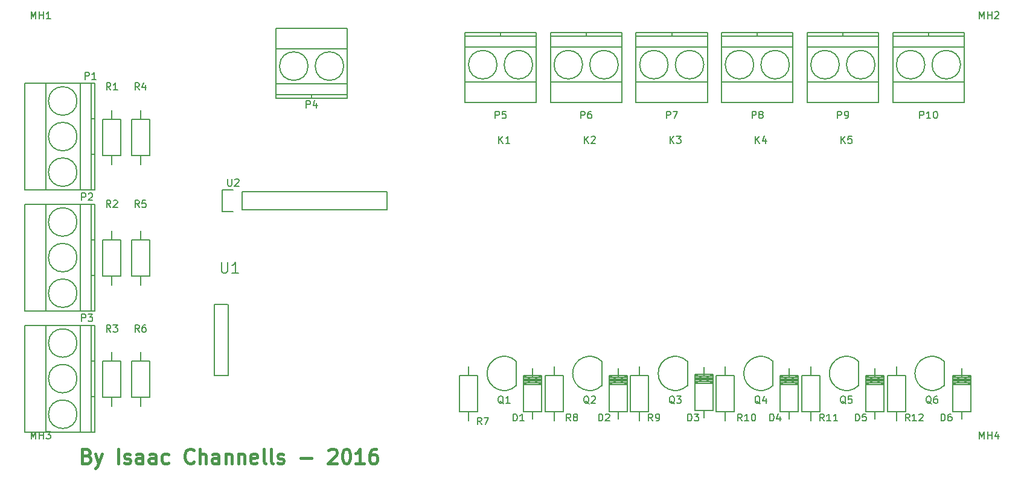
<source format=gbr>
G04 #@! TF.FileFunction,Legend,Top*
%FSLAX46Y46*%
G04 Gerber Fmt 4.6, Leading zero omitted, Abs format (unit mm)*
G04 Created by KiCad (PCBNEW 4.0.2-2.fc24-product) date Fri 09 Sep 2016 11:29:58 AEST*
%MOMM*%
G01*
G04 APERTURE LIST*
%ADD10C,0.100000*%
%ADD11C,0.400000*%
%ADD12C,0.150000*%
G04 APERTURE END LIST*
D10*
D11*
X97499998Y-95857143D02*
X97785712Y-95952381D01*
X97880951Y-96047619D01*
X97976189Y-96238095D01*
X97976189Y-96523810D01*
X97880951Y-96714286D01*
X97785712Y-96809524D01*
X97595236Y-96904762D01*
X96833331Y-96904762D01*
X96833331Y-94904762D01*
X97499998Y-94904762D01*
X97690474Y-95000000D01*
X97785712Y-95095238D01*
X97880951Y-95285714D01*
X97880951Y-95476190D01*
X97785712Y-95666667D01*
X97690474Y-95761905D01*
X97499998Y-95857143D01*
X96833331Y-95857143D01*
X98642855Y-95571429D02*
X99119046Y-96904762D01*
X99595236Y-95571429D02*
X99119046Y-96904762D01*
X98928570Y-97380952D01*
X98833331Y-97476190D01*
X98642855Y-97571429D01*
X101880951Y-96904762D02*
X101880951Y-94904762D01*
X102738094Y-96809524D02*
X102928571Y-96904762D01*
X103309523Y-96904762D01*
X103499999Y-96809524D01*
X103595237Y-96619048D01*
X103595237Y-96523810D01*
X103499999Y-96333333D01*
X103309523Y-96238095D01*
X103023809Y-96238095D01*
X102833332Y-96142857D01*
X102738094Y-95952381D01*
X102738094Y-95857143D01*
X102833332Y-95666667D01*
X103023809Y-95571429D01*
X103309523Y-95571429D01*
X103499999Y-95666667D01*
X105309523Y-96904762D02*
X105309523Y-95857143D01*
X105214285Y-95666667D01*
X105023809Y-95571429D01*
X104642857Y-95571429D01*
X104452380Y-95666667D01*
X105309523Y-96809524D02*
X105119047Y-96904762D01*
X104642857Y-96904762D01*
X104452380Y-96809524D01*
X104357142Y-96619048D01*
X104357142Y-96428571D01*
X104452380Y-96238095D01*
X104642857Y-96142857D01*
X105119047Y-96142857D01*
X105309523Y-96047619D01*
X107119047Y-96904762D02*
X107119047Y-95857143D01*
X107023809Y-95666667D01*
X106833333Y-95571429D01*
X106452381Y-95571429D01*
X106261904Y-95666667D01*
X107119047Y-96809524D02*
X106928571Y-96904762D01*
X106452381Y-96904762D01*
X106261904Y-96809524D01*
X106166666Y-96619048D01*
X106166666Y-96428571D01*
X106261904Y-96238095D01*
X106452381Y-96142857D01*
X106928571Y-96142857D01*
X107119047Y-96047619D01*
X108928571Y-96809524D02*
X108738095Y-96904762D01*
X108357143Y-96904762D01*
X108166667Y-96809524D01*
X108071428Y-96714286D01*
X107976190Y-96523810D01*
X107976190Y-95952381D01*
X108071428Y-95761905D01*
X108166667Y-95666667D01*
X108357143Y-95571429D01*
X108738095Y-95571429D01*
X108928571Y-95666667D01*
X112452382Y-96714286D02*
X112357144Y-96809524D01*
X112071429Y-96904762D01*
X111880953Y-96904762D01*
X111595239Y-96809524D01*
X111404763Y-96619048D01*
X111309524Y-96428571D01*
X111214286Y-96047619D01*
X111214286Y-95761905D01*
X111309524Y-95380952D01*
X111404763Y-95190476D01*
X111595239Y-95000000D01*
X111880953Y-94904762D01*
X112071429Y-94904762D01*
X112357144Y-95000000D01*
X112452382Y-95095238D01*
X113309524Y-96904762D02*
X113309524Y-94904762D01*
X114166667Y-96904762D02*
X114166667Y-95857143D01*
X114071429Y-95666667D01*
X113880953Y-95571429D01*
X113595239Y-95571429D01*
X113404763Y-95666667D01*
X113309524Y-95761905D01*
X115976191Y-96904762D02*
X115976191Y-95857143D01*
X115880953Y-95666667D01*
X115690477Y-95571429D01*
X115309525Y-95571429D01*
X115119048Y-95666667D01*
X115976191Y-96809524D02*
X115785715Y-96904762D01*
X115309525Y-96904762D01*
X115119048Y-96809524D01*
X115023810Y-96619048D01*
X115023810Y-96428571D01*
X115119048Y-96238095D01*
X115309525Y-96142857D01*
X115785715Y-96142857D01*
X115976191Y-96047619D01*
X116928572Y-95571429D02*
X116928572Y-96904762D01*
X116928572Y-95761905D02*
X117023811Y-95666667D01*
X117214287Y-95571429D01*
X117500001Y-95571429D01*
X117690477Y-95666667D01*
X117785715Y-95857143D01*
X117785715Y-96904762D01*
X118738096Y-95571429D02*
X118738096Y-96904762D01*
X118738096Y-95761905D02*
X118833335Y-95666667D01*
X119023811Y-95571429D01*
X119309525Y-95571429D01*
X119500001Y-95666667D01*
X119595239Y-95857143D01*
X119595239Y-96904762D01*
X121309525Y-96809524D02*
X121119049Y-96904762D01*
X120738097Y-96904762D01*
X120547620Y-96809524D01*
X120452382Y-96619048D01*
X120452382Y-95857143D01*
X120547620Y-95666667D01*
X120738097Y-95571429D01*
X121119049Y-95571429D01*
X121309525Y-95666667D01*
X121404763Y-95857143D01*
X121404763Y-96047619D01*
X120452382Y-96238095D01*
X122547621Y-96904762D02*
X122357145Y-96809524D01*
X122261906Y-96619048D01*
X122261906Y-94904762D01*
X123595240Y-96904762D02*
X123404764Y-96809524D01*
X123309525Y-96619048D01*
X123309525Y-94904762D01*
X124261906Y-96809524D02*
X124452383Y-96904762D01*
X124833335Y-96904762D01*
X125023811Y-96809524D01*
X125119049Y-96619048D01*
X125119049Y-96523810D01*
X125023811Y-96333333D01*
X124833335Y-96238095D01*
X124547621Y-96238095D01*
X124357144Y-96142857D01*
X124261906Y-95952381D01*
X124261906Y-95857143D01*
X124357144Y-95666667D01*
X124547621Y-95571429D01*
X124833335Y-95571429D01*
X125023811Y-95666667D01*
X127500002Y-96142857D02*
X129023812Y-96142857D01*
X131404764Y-95095238D02*
X131500002Y-95000000D01*
X131690479Y-94904762D01*
X132166669Y-94904762D01*
X132357145Y-95000000D01*
X132452383Y-95095238D01*
X132547622Y-95285714D01*
X132547622Y-95476190D01*
X132452383Y-95761905D01*
X131309526Y-96904762D01*
X132547622Y-96904762D01*
X133785717Y-94904762D02*
X133976193Y-94904762D01*
X134166669Y-95000000D01*
X134261907Y-95095238D01*
X134357145Y-95285714D01*
X134452384Y-95666667D01*
X134452384Y-96142857D01*
X134357145Y-96523810D01*
X134261907Y-96714286D01*
X134166669Y-96809524D01*
X133976193Y-96904762D01*
X133785717Y-96904762D01*
X133595241Y-96809524D01*
X133500003Y-96714286D01*
X133404764Y-96523810D01*
X133309526Y-96142857D01*
X133309526Y-95666667D01*
X133404764Y-95285714D01*
X133500003Y-95095238D01*
X133595241Y-95000000D01*
X133785717Y-94904762D01*
X136357146Y-96904762D02*
X135214288Y-96904762D01*
X135785717Y-96904762D02*
X135785717Y-94904762D01*
X135595241Y-95190476D01*
X135404765Y-95380952D01*
X135214288Y-95476190D01*
X138071431Y-94904762D02*
X137690479Y-94904762D01*
X137500003Y-95000000D01*
X137404765Y-95095238D01*
X137214288Y-95380952D01*
X137119050Y-95761905D01*
X137119050Y-96523810D01*
X137214288Y-96714286D01*
X137309527Y-96809524D01*
X137500003Y-96904762D01*
X137880955Y-96904762D01*
X138071431Y-96809524D01*
X138166669Y-96714286D01*
X138261908Y-96523810D01*
X138261908Y-96047619D01*
X138166669Y-95857143D01*
X138071431Y-95761905D01*
X137880955Y-95666667D01*
X137500003Y-95666667D01*
X137309527Y-95761905D01*
X137214288Y-95857143D01*
X137119050Y-96047619D01*
D12*
X176270000Y-84540000D02*
X176270000Y-89620000D01*
X176270000Y-89620000D02*
X173730000Y-89620000D01*
X173730000Y-89620000D02*
X173730000Y-84540000D01*
X173730000Y-84540000D02*
X176270000Y-84540000D01*
X175000000Y-84540000D02*
X175000000Y-83270000D01*
X175000000Y-89620000D02*
X175000000Y-90890000D01*
X160000000Y-89620000D02*
X160000000Y-90636000D01*
X160000000Y-84794000D02*
X160000000Y-83524000D01*
X161270000Y-85048000D02*
X158730000Y-85048000D01*
X161270000Y-85302000D02*
X158730000Y-85302000D01*
X161270000Y-85556000D02*
X158730000Y-85556000D01*
X161270000Y-84794000D02*
X158730000Y-84794000D01*
X161270000Y-85810000D02*
X158730000Y-84540000D01*
X161270000Y-84540000D02*
X158730000Y-85810000D01*
X161270000Y-85810000D02*
X158730000Y-85810000D01*
X161270000Y-85175000D02*
X158730000Y-85175000D01*
X158730000Y-84540000D02*
X161270000Y-84540000D01*
X161270000Y-84540000D02*
X161270000Y-89620000D01*
X161270000Y-89620000D02*
X158730000Y-89620000D01*
X158730000Y-89620000D02*
X158730000Y-84540000D01*
X172000000Y-89622540D02*
X172000000Y-90638540D01*
X172000000Y-84796540D02*
X172000000Y-83526540D01*
X173270000Y-85050540D02*
X170730000Y-85050540D01*
X173270000Y-85304540D02*
X170730000Y-85304540D01*
X173270000Y-85558540D02*
X170730000Y-85558540D01*
X173270000Y-84796540D02*
X170730000Y-84796540D01*
X173270000Y-85812540D02*
X170730000Y-84542540D01*
X173270000Y-84542540D02*
X170730000Y-85812540D01*
X173270000Y-85812540D02*
X170730000Y-85812540D01*
X173270000Y-85177540D02*
X170730000Y-85177540D01*
X170730000Y-84542540D02*
X173270000Y-84542540D01*
X173270000Y-84542540D02*
X173270000Y-89622540D01*
X173270000Y-89622540D02*
X170730000Y-89622540D01*
X170730000Y-89622540D02*
X170730000Y-84542540D01*
X184002540Y-89460000D02*
X184002540Y-90476000D01*
X184002540Y-84634000D02*
X184002540Y-83364000D01*
X185272540Y-84888000D02*
X182732540Y-84888000D01*
X185272540Y-85142000D02*
X182732540Y-85142000D01*
X185272540Y-85396000D02*
X182732540Y-85396000D01*
X185272540Y-84634000D02*
X182732540Y-84634000D01*
X185272540Y-85650000D02*
X182732540Y-84380000D01*
X185272540Y-84380000D02*
X182732540Y-85650000D01*
X185272540Y-85650000D02*
X182732540Y-85650000D01*
X185272540Y-85015000D02*
X182732540Y-85015000D01*
X182732540Y-84380000D02*
X185272540Y-84380000D01*
X185272540Y-84380000D02*
X185272540Y-89460000D01*
X185272540Y-89460000D02*
X182732540Y-89460000D01*
X182732540Y-89460000D02*
X182732540Y-84380000D01*
X196002540Y-89620000D02*
X196002540Y-90636000D01*
X196002540Y-84794000D02*
X196002540Y-83524000D01*
X197272540Y-85048000D02*
X194732540Y-85048000D01*
X197272540Y-85302000D02*
X194732540Y-85302000D01*
X197272540Y-85556000D02*
X194732540Y-85556000D01*
X197272540Y-84794000D02*
X194732540Y-84794000D01*
X197272540Y-85810000D02*
X194732540Y-84540000D01*
X197272540Y-84540000D02*
X194732540Y-85810000D01*
X197272540Y-85810000D02*
X194732540Y-85810000D01*
X197272540Y-85175000D02*
X194732540Y-85175000D01*
X194732540Y-84540000D02*
X197272540Y-84540000D01*
X197272540Y-84540000D02*
X197272540Y-89620000D01*
X197272540Y-89620000D02*
X194732540Y-89620000D01*
X194732540Y-89620000D02*
X194732540Y-84540000D01*
X208000000Y-89620000D02*
X208000000Y-90636000D01*
X208000000Y-84794000D02*
X208000000Y-83524000D01*
X209270000Y-85048000D02*
X206730000Y-85048000D01*
X209270000Y-85302000D02*
X206730000Y-85302000D01*
X209270000Y-85556000D02*
X206730000Y-85556000D01*
X209270000Y-84794000D02*
X206730000Y-84794000D01*
X209270000Y-85810000D02*
X206730000Y-84540000D01*
X209270000Y-84540000D02*
X206730000Y-85810000D01*
X209270000Y-85810000D02*
X206730000Y-85810000D01*
X209270000Y-85175000D02*
X206730000Y-85175000D01*
X206730000Y-84540000D02*
X209270000Y-84540000D01*
X209270000Y-84540000D02*
X209270000Y-89620000D01*
X209270000Y-89620000D02*
X206730000Y-89620000D01*
X206730000Y-89620000D02*
X206730000Y-84540000D01*
X220172540Y-89620000D02*
X220172540Y-90636000D01*
X220172540Y-84794000D02*
X220172540Y-83524000D01*
X221442540Y-85048000D02*
X218902540Y-85048000D01*
X221442540Y-85302000D02*
X218902540Y-85302000D01*
X221442540Y-85556000D02*
X218902540Y-85556000D01*
X221442540Y-84794000D02*
X218902540Y-84794000D01*
X221442540Y-85810000D02*
X218902540Y-84540000D01*
X221442540Y-84540000D02*
X218902540Y-85810000D01*
X221442540Y-85810000D02*
X218902540Y-85810000D01*
X221442540Y-85175000D02*
X218902540Y-85175000D01*
X218902540Y-84540000D02*
X221442540Y-84540000D01*
X221442540Y-84540000D02*
X221442540Y-89620000D01*
X221442540Y-89620000D02*
X218902540Y-89620000D01*
X218902540Y-89620000D02*
X218902540Y-84540000D01*
X96100000Y-46000000D02*
G75*
G03X96100000Y-46000000I-2000000J0D01*
G01*
X98100000Y-48500000D02*
X98600000Y-48500000D01*
X98100000Y-53500000D02*
X98600000Y-53500000D01*
X96100000Y-51000000D02*
G75*
G03X96100000Y-51000000I-2000000J0D01*
G01*
X96100000Y-56000000D02*
G75*
G03X96100000Y-56000000I-2000000J0D01*
G01*
X96600000Y-58500000D02*
X96600000Y-43500000D01*
X91700000Y-58500000D02*
X91700000Y-43500000D01*
X98100000Y-58500000D02*
X98100000Y-43500000D01*
X98600000Y-58500000D02*
X98600000Y-43500000D01*
X98600000Y-43500000D02*
X88800000Y-43500000D01*
X88800000Y-43500000D02*
X88800000Y-58500000D01*
X88800000Y-58500000D02*
X98600000Y-58500000D01*
X96100000Y-63000000D02*
G75*
G03X96100000Y-63000000I-2000000J0D01*
G01*
X98100000Y-65500000D02*
X98600000Y-65500000D01*
X98100000Y-70500000D02*
X98600000Y-70500000D01*
X96100000Y-68000000D02*
G75*
G03X96100000Y-68000000I-2000000J0D01*
G01*
X96100000Y-73000000D02*
G75*
G03X96100000Y-73000000I-2000000J0D01*
G01*
X96600000Y-75500000D02*
X96600000Y-60500000D01*
X91700000Y-75500000D02*
X91700000Y-60500000D01*
X98100000Y-75500000D02*
X98100000Y-60500000D01*
X98600000Y-75500000D02*
X98600000Y-60500000D01*
X98600000Y-60500000D02*
X88800000Y-60500000D01*
X88800000Y-60500000D02*
X88800000Y-75500000D01*
X88800000Y-75500000D02*
X98600000Y-75500000D01*
X96100000Y-80000000D02*
G75*
G03X96100000Y-80000000I-2000000J0D01*
G01*
X98100000Y-82500000D02*
X98600000Y-82500000D01*
X98100000Y-87500000D02*
X98600000Y-87500000D01*
X96100000Y-85000000D02*
G75*
G03X96100000Y-85000000I-2000000J0D01*
G01*
X96100000Y-90000000D02*
G75*
G03X96100000Y-90000000I-2000000J0D01*
G01*
X96600000Y-92500000D02*
X96600000Y-77500000D01*
X91700000Y-92500000D02*
X91700000Y-77500000D01*
X98100000Y-92500000D02*
X98100000Y-77500000D01*
X98600000Y-92500000D02*
X98600000Y-77500000D01*
X98600000Y-77500000D02*
X88800000Y-77500000D01*
X88800000Y-77500000D02*
X88800000Y-92500000D01*
X88800000Y-92500000D02*
X98600000Y-92500000D01*
X129000000Y-45100000D02*
X129000000Y-45600000D01*
X133500000Y-41100000D02*
G75*
G03X133500000Y-41100000I-2000000J0D01*
G01*
X128500000Y-41100000D02*
G75*
G03X128500000Y-41100000I-2000000J0D01*
G01*
X124000000Y-43600000D02*
X134000000Y-43600000D01*
X124000000Y-38700000D02*
X134000000Y-38700000D01*
X124000000Y-45100000D02*
X134000000Y-45100000D01*
X124000000Y-45600000D02*
X134000000Y-45600000D01*
X134000000Y-45600000D02*
X134000000Y-35800000D01*
X134000000Y-35800000D02*
X124000000Y-35800000D01*
X124000000Y-35800000D02*
X124000000Y-45600000D01*
X157700000Y-85970000D02*
X157700000Y-82570000D01*
X157697056Y-85967056D02*
G75*
G02X153600000Y-84270000I-1697056J1697056D01*
G01*
X157697056Y-82572944D02*
G75*
G03X153600000Y-84270000I-1697056J-1697056D01*
G01*
X169700000Y-85970000D02*
X169700000Y-82570000D01*
X169697056Y-85967056D02*
G75*
G02X165600000Y-84270000I-1697056J1697056D01*
G01*
X169697056Y-82572944D02*
G75*
G03X165600000Y-84270000I-1697056J-1697056D01*
G01*
X181700000Y-85970000D02*
X181700000Y-82570000D01*
X181697056Y-85967056D02*
G75*
G02X177600000Y-84270000I-1697056J1697056D01*
G01*
X181697056Y-82572944D02*
G75*
G03X177600000Y-84270000I-1697056J-1697056D01*
G01*
X193700000Y-85970000D02*
X193700000Y-82570000D01*
X193697056Y-85967056D02*
G75*
G02X189600000Y-84270000I-1697056J1697056D01*
G01*
X193697056Y-82572944D02*
G75*
G03X189600000Y-84270000I-1697056J-1697056D01*
G01*
X205700000Y-85970000D02*
X205700000Y-82570000D01*
X205697056Y-85967056D02*
G75*
G02X201600000Y-84270000I-1697056J1697056D01*
G01*
X205697056Y-82572944D02*
G75*
G03X201600000Y-84270000I-1697056J-1697056D01*
G01*
X217700000Y-85970000D02*
X217700000Y-82570000D01*
X217697056Y-85967056D02*
G75*
G02X213600000Y-84270000I-1697056J1697056D01*
G01*
X217697056Y-82572944D02*
G75*
G03X213600000Y-84270000I-1697056J-1697056D01*
G01*
X102270000Y-48540000D02*
X102270000Y-53620000D01*
X102270000Y-53620000D02*
X99730000Y-53620000D01*
X99730000Y-53620000D02*
X99730000Y-48540000D01*
X99730000Y-48540000D02*
X102270000Y-48540000D01*
X101000000Y-48540000D02*
X101000000Y-47270000D01*
X101000000Y-53620000D02*
X101000000Y-54890000D01*
X102270000Y-65540000D02*
X102270000Y-70620000D01*
X102270000Y-70620000D02*
X99730000Y-70620000D01*
X99730000Y-70620000D02*
X99730000Y-65540000D01*
X99730000Y-65540000D02*
X102270000Y-65540000D01*
X101000000Y-65540000D02*
X101000000Y-64270000D01*
X101000000Y-70620000D02*
X101000000Y-71890000D01*
X102270000Y-82540000D02*
X102270000Y-87620000D01*
X102270000Y-87620000D02*
X99730000Y-87620000D01*
X99730000Y-87620000D02*
X99730000Y-82540000D01*
X99730000Y-82540000D02*
X102270000Y-82540000D01*
X101000000Y-82540000D02*
X101000000Y-81270000D01*
X101000000Y-87620000D02*
X101000000Y-88890000D01*
X103730000Y-53620000D02*
X103730000Y-48540000D01*
X103730000Y-48540000D02*
X106270000Y-48540000D01*
X106270000Y-48540000D02*
X106270000Y-53620000D01*
X106270000Y-53620000D02*
X103730000Y-53620000D01*
X105000000Y-53620000D02*
X105000000Y-54890000D01*
X105000000Y-48540000D02*
X105000000Y-47270000D01*
X103730000Y-70620000D02*
X103730000Y-65540000D01*
X103730000Y-65540000D02*
X106270000Y-65540000D01*
X106270000Y-65540000D02*
X106270000Y-70620000D01*
X106270000Y-70620000D02*
X103730000Y-70620000D01*
X105000000Y-70620000D02*
X105000000Y-71890000D01*
X105000000Y-65540000D02*
X105000000Y-64270000D01*
X103730000Y-87620000D02*
X103730000Y-82540000D01*
X103730000Y-82540000D02*
X106270000Y-82540000D01*
X106270000Y-82540000D02*
X106270000Y-87620000D01*
X106270000Y-87620000D02*
X103730000Y-87620000D01*
X105000000Y-87620000D02*
X105000000Y-88890000D01*
X105000000Y-82540000D02*
X105000000Y-81270000D01*
X152270000Y-84540000D02*
X152270000Y-89620000D01*
X152270000Y-89620000D02*
X149730000Y-89620000D01*
X149730000Y-89620000D02*
X149730000Y-84540000D01*
X149730000Y-84540000D02*
X152270000Y-84540000D01*
X151000000Y-84540000D02*
X151000000Y-83270000D01*
X151000000Y-89620000D02*
X151000000Y-90890000D01*
X164270000Y-84540000D02*
X164270000Y-89620000D01*
X164270000Y-89620000D02*
X161730000Y-89620000D01*
X161730000Y-89620000D02*
X161730000Y-84540000D01*
X161730000Y-84540000D02*
X164270000Y-84540000D01*
X163000000Y-84540000D02*
X163000000Y-83270000D01*
X163000000Y-89620000D02*
X163000000Y-90890000D01*
X188270000Y-84540000D02*
X188270000Y-89620000D01*
X188270000Y-89620000D02*
X185730000Y-89620000D01*
X185730000Y-89620000D02*
X185730000Y-84540000D01*
X185730000Y-84540000D02*
X188270000Y-84540000D01*
X187000000Y-84540000D02*
X187000000Y-83270000D01*
X187000000Y-89620000D02*
X187000000Y-90890000D01*
X200270000Y-84540000D02*
X200270000Y-89620000D01*
X200270000Y-89620000D02*
X197730000Y-89620000D01*
X197730000Y-89620000D02*
X197730000Y-84540000D01*
X197730000Y-84540000D02*
X200270000Y-84540000D01*
X199000000Y-84540000D02*
X199000000Y-83270000D01*
X199000000Y-89620000D02*
X199000000Y-90890000D01*
X212270000Y-84540000D02*
X212270000Y-89620000D01*
X212270000Y-89620000D02*
X209730000Y-89620000D01*
X209730000Y-89620000D02*
X209730000Y-84540000D01*
X209730000Y-84540000D02*
X212270000Y-84540000D01*
X211000000Y-84540000D02*
X211000000Y-83270000D01*
X211000000Y-89620000D02*
X211000000Y-90890000D01*
X155500000Y-36900000D02*
X155500000Y-36400000D01*
X155000000Y-40900000D02*
G75*
G03X155000000Y-40900000I-2000000J0D01*
G01*
X160000000Y-40900000D02*
G75*
G03X160000000Y-40900000I-2000000J0D01*
G01*
X160500000Y-38400000D02*
X150500000Y-38400000D01*
X160500000Y-43300000D02*
X150500000Y-43300000D01*
X160500000Y-36900000D02*
X150500000Y-36900000D01*
X160500000Y-36400000D02*
X150500000Y-36400000D01*
X150500000Y-36400000D02*
X150500000Y-46200000D01*
X150500000Y-46200000D02*
X160500000Y-46200000D01*
X160500000Y-46200000D02*
X160500000Y-36400000D01*
X167500000Y-36900000D02*
X167500000Y-36400000D01*
X167000000Y-40900000D02*
G75*
G03X167000000Y-40900000I-2000000J0D01*
G01*
X172000000Y-40900000D02*
G75*
G03X172000000Y-40900000I-2000000J0D01*
G01*
X172500000Y-38400000D02*
X162500000Y-38400000D01*
X172500000Y-43300000D02*
X162500000Y-43300000D01*
X172500000Y-36900000D02*
X162500000Y-36900000D01*
X172500000Y-36400000D02*
X162500000Y-36400000D01*
X162500000Y-36400000D02*
X162500000Y-46200000D01*
X162500000Y-46200000D02*
X172500000Y-46200000D01*
X172500000Y-46200000D02*
X172500000Y-36400000D01*
X179500000Y-36900000D02*
X179500000Y-36400000D01*
X179000000Y-40900000D02*
G75*
G03X179000000Y-40900000I-2000000J0D01*
G01*
X184000000Y-40900000D02*
G75*
G03X184000000Y-40900000I-2000000J0D01*
G01*
X184500000Y-38400000D02*
X174500000Y-38400000D01*
X184500000Y-43300000D02*
X174500000Y-43300000D01*
X184500000Y-36900000D02*
X174500000Y-36900000D01*
X184500000Y-36400000D02*
X174500000Y-36400000D01*
X174500000Y-36400000D02*
X174500000Y-46200000D01*
X174500000Y-46200000D02*
X184500000Y-46200000D01*
X184500000Y-46200000D02*
X184500000Y-36400000D01*
X203500000Y-36900000D02*
X203500000Y-36400000D01*
X203000000Y-40900000D02*
G75*
G03X203000000Y-40900000I-2000000J0D01*
G01*
X208000000Y-40900000D02*
G75*
G03X208000000Y-40900000I-2000000J0D01*
G01*
X208500000Y-38400000D02*
X198500000Y-38400000D01*
X208500000Y-43300000D02*
X198500000Y-43300000D01*
X208500000Y-36900000D02*
X198500000Y-36900000D01*
X208500000Y-36400000D02*
X198500000Y-36400000D01*
X198500000Y-36400000D02*
X198500000Y-46200000D01*
X198500000Y-46200000D02*
X208500000Y-46200000D01*
X208500000Y-46200000D02*
X208500000Y-36400000D01*
X215500000Y-36900000D02*
X215500000Y-36400000D01*
X215000000Y-40900000D02*
G75*
G03X215000000Y-40900000I-2000000J0D01*
G01*
X220000000Y-40900000D02*
G75*
G03X220000000Y-40900000I-2000000J0D01*
G01*
X220500000Y-38400000D02*
X210500000Y-38400000D01*
X220500000Y-43300000D02*
X210500000Y-43300000D01*
X220500000Y-36900000D02*
X210500000Y-36900000D01*
X220500000Y-36400000D02*
X210500000Y-36400000D01*
X210500000Y-36400000D02*
X210500000Y-46200000D01*
X210500000Y-46200000D02*
X220500000Y-46200000D01*
X220500000Y-46200000D02*
X220500000Y-36400000D01*
X191500000Y-36900000D02*
X191500000Y-36400000D01*
X191000000Y-40900000D02*
G75*
G03X191000000Y-40900000I-2000000J0D01*
G01*
X196000000Y-40900000D02*
G75*
G03X196000000Y-40900000I-2000000J0D01*
G01*
X196500000Y-38400000D02*
X186500000Y-38400000D01*
X196500000Y-43300000D02*
X186500000Y-43300000D01*
X196500000Y-36900000D02*
X186500000Y-36900000D01*
X196500000Y-36400000D02*
X186500000Y-36400000D01*
X186500000Y-36400000D02*
X186500000Y-46200000D01*
X186500000Y-46200000D02*
X196500000Y-46200000D01*
X196500000Y-46200000D02*
X196500000Y-36400000D01*
X119270000Y-58730000D02*
X139590000Y-58730000D01*
X139590000Y-58730000D02*
X139590000Y-61270000D01*
X139590000Y-61270000D02*
X119270000Y-61270000D01*
X116450000Y-58450000D02*
X118000000Y-58450000D01*
X119270000Y-58730000D02*
X119270000Y-61270000D01*
X118000000Y-61550000D02*
X116450000Y-61550000D01*
X116450000Y-61550000D02*
X116450000Y-58450000D01*
X115330000Y-74540000D02*
X115330000Y-84540000D01*
X117230000Y-74540000D02*
X115330000Y-74540000D01*
X117330000Y-84540000D02*
X117330000Y-74540000D01*
X115330000Y-84540000D02*
X117330000Y-84540000D01*
X89666667Y-34451881D02*
X89666667Y-33451881D01*
X90000001Y-34166167D01*
X90333334Y-33451881D01*
X90333334Y-34451881D01*
X90809524Y-34451881D02*
X90809524Y-33451881D01*
X90809524Y-33928071D02*
X91380953Y-33928071D01*
X91380953Y-34451881D02*
X91380953Y-33451881D01*
X92380953Y-34451881D02*
X91809524Y-34451881D01*
X92095238Y-34451881D02*
X92095238Y-33451881D01*
X92000000Y-33594738D01*
X91904762Y-33689976D01*
X91809524Y-33737595D01*
X89666667Y-93451881D02*
X89666667Y-92451881D01*
X90000001Y-93166167D01*
X90333334Y-92451881D01*
X90333334Y-93451881D01*
X90809524Y-93451881D02*
X90809524Y-92451881D01*
X90809524Y-92928071D02*
X91380953Y-92928071D01*
X91380953Y-93451881D02*
X91380953Y-92451881D01*
X91761905Y-92451881D02*
X92380953Y-92451881D01*
X92047619Y-92832833D01*
X92190477Y-92832833D01*
X92285715Y-92880452D01*
X92333334Y-92928071D01*
X92380953Y-93023310D01*
X92380953Y-93261405D01*
X92333334Y-93356643D01*
X92285715Y-93404262D01*
X92190477Y-93451881D01*
X91904762Y-93451881D01*
X91809524Y-93404262D01*
X91761905Y-93356643D01*
X222666667Y-93451881D02*
X222666667Y-92451881D01*
X223000001Y-93166167D01*
X223333334Y-92451881D01*
X223333334Y-93451881D01*
X223809524Y-93451881D02*
X223809524Y-92451881D01*
X223809524Y-92928071D02*
X224380953Y-92928071D01*
X224380953Y-93451881D02*
X224380953Y-92451881D01*
X225285715Y-92785214D02*
X225285715Y-93451881D01*
X225047619Y-92404262D02*
X224809524Y-93118548D01*
X225428572Y-93118548D01*
X167261905Y-51952381D02*
X167261905Y-50952381D01*
X167833334Y-51952381D02*
X167404762Y-51380952D01*
X167833334Y-50952381D02*
X167261905Y-51523810D01*
X168214286Y-51047619D02*
X168261905Y-51000000D01*
X168357143Y-50952381D01*
X168595239Y-50952381D01*
X168690477Y-51000000D01*
X168738096Y-51047619D01*
X168785715Y-51142857D01*
X168785715Y-51238095D01*
X168738096Y-51380952D01*
X168166667Y-51952381D01*
X168785715Y-51952381D01*
X203261905Y-51952381D02*
X203261905Y-50952381D01*
X203833334Y-51952381D02*
X203404762Y-51380952D01*
X203833334Y-50952381D02*
X203261905Y-51523810D01*
X204738096Y-50952381D02*
X204261905Y-50952381D01*
X204214286Y-51428571D01*
X204261905Y-51380952D01*
X204357143Y-51333333D01*
X204595239Y-51333333D01*
X204690477Y-51380952D01*
X204738096Y-51428571D01*
X204785715Y-51523810D01*
X204785715Y-51761905D01*
X204738096Y-51857143D01*
X204690477Y-51904762D01*
X204595239Y-51952381D01*
X204357143Y-51952381D01*
X204261905Y-51904762D01*
X204214286Y-51857143D01*
X179261905Y-51952381D02*
X179261905Y-50952381D01*
X179833334Y-51952381D02*
X179404762Y-51380952D01*
X179833334Y-50952381D02*
X179261905Y-51523810D01*
X180166667Y-50952381D02*
X180785715Y-50952381D01*
X180452381Y-51333333D01*
X180595239Y-51333333D01*
X180690477Y-51380952D01*
X180738096Y-51428571D01*
X180785715Y-51523810D01*
X180785715Y-51761905D01*
X180738096Y-51857143D01*
X180690477Y-51904762D01*
X180595239Y-51952381D01*
X180309524Y-51952381D01*
X180214286Y-51904762D01*
X180166667Y-51857143D01*
X176833334Y-90952381D02*
X176500000Y-90476190D01*
X176261905Y-90952381D02*
X176261905Y-89952381D01*
X176642858Y-89952381D01*
X176738096Y-90000000D01*
X176785715Y-90047619D01*
X176833334Y-90142857D01*
X176833334Y-90285714D01*
X176785715Y-90380952D01*
X176738096Y-90428571D01*
X176642858Y-90476190D01*
X176261905Y-90476190D01*
X177309524Y-90952381D02*
X177500000Y-90952381D01*
X177595239Y-90904762D01*
X177642858Y-90857143D01*
X177738096Y-90714286D01*
X177785715Y-90523810D01*
X177785715Y-90142857D01*
X177738096Y-90047619D01*
X177690477Y-90000000D01*
X177595239Y-89952381D01*
X177404762Y-89952381D01*
X177309524Y-90000000D01*
X177261905Y-90047619D01*
X177214286Y-90142857D01*
X177214286Y-90380952D01*
X177261905Y-90476190D01*
X177309524Y-90523810D01*
X177404762Y-90571429D01*
X177595239Y-90571429D01*
X177690477Y-90523810D01*
X177738096Y-90476190D01*
X177785715Y-90380952D01*
X157261905Y-90952381D02*
X157261905Y-89952381D01*
X157500000Y-89952381D01*
X157642858Y-90000000D01*
X157738096Y-90095238D01*
X157785715Y-90190476D01*
X157833334Y-90380952D01*
X157833334Y-90523810D01*
X157785715Y-90714286D01*
X157738096Y-90809524D01*
X157642858Y-90904762D01*
X157500000Y-90952381D01*
X157261905Y-90952381D01*
X158785715Y-90952381D02*
X158214286Y-90952381D01*
X158500000Y-90952381D02*
X158500000Y-89952381D01*
X158404762Y-90095238D01*
X158309524Y-90190476D01*
X158214286Y-90238095D01*
X169261905Y-90952381D02*
X169261905Y-89952381D01*
X169500000Y-89952381D01*
X169642858Y-90000000D01*
X169738096Y-90095238D01*
X169785715Y-90190476D01*
X169833334Y-90380952D01*
X169833334Y-90523810D01*
X169785715Y-90714286D01*
X169738096Y-90809524D01*
X169642858Y-90904762D01*
X169500000Y-90952381D01*
X169261905Y-90952381D01*
X170214286Y-90047619D02*
X170261905Y-90000000D01*
X170357143Y-89952381D01*
X170595239Y-89952381D01*
X170690477Y-90000000D01*
X170738096Y-90047619D01*
X170785715Y-90142857D01*
X170785715Y-90238095D01*
X170738096Y-90380952D01*
X170166667Y-90952381D01*
X170785715Y-90952381D01*
X181761905Y-90952381D02*
X181761905Y-89952381D01*
X182000000Y-89952381D01*
X182142858Y-90000000D01*
X182238096Y-90095238D01*
X182285715Y-90190476D01*
X182333334Y-90380952D01*
X182333334Y-90523810D01*
X182285715Y-90714286D01*
X182238096Y-90809524D01*
X182142858Y-90904762D01*
X182000000Y-90952381D01*
X181761905Y-90952381D01*
X182666667Y-89952381D02*
X183285715Y-89952381D01*
X182952381Y-90333333D01*
X183095239Y-90333333D01*
X183190477Y-90380952D01*
X183238096Y-90428571D01*
X183285715Y-90523810D01*
X183285715Y-90761905D01*
X183238096Y-90857143D01*
X183190477Y-90904762D01*
X183095239Y-90952381D01*
X182809524Y-90952381D01*
X182714286Y-90904762D01*
X182666667Y-90857143D01*
X193261905Y-90952381D02*
X193261905Y-89952381D01*
X193500000Y-89952381D01*
X193642858Y-90000000D01*
X193738096Y-90095238D01*
X193785715Y-90190476D01*
X193833334Y-90380952D01*
X193833334Y-90523810D01*
X193785715Y-90714286D01*
X193738096Y-90809524D01*
X193642858Y-90904762D01*
X193500000Y-90952381D01*
X193261905Y-90952381D01*
X194690477Y-90285714D02*
X194690477Y-90952381D01*
X194452381Y-89904762D02*
X194214286Y-90619048D01*
X194833334Y-90619048D01*
X205261905Y-90952381D02*
X205261905Y-89952381D01*
X205500000Y-89952381D01*
X205642858Y-90000000D01*
X205738096Y-90095238D01*
X205785715Y-90190476D01*
X205833334Y-90380952D01*
X205833334Y-90523810D01*
X205785715Y-90714286D01*
X205738096Y-90809524D01*
X205642858Y-90904762D01*
X205500000Y-90952381D01*
X205261905Y-90952381D01*
X206738096Y-89952381D02*
X206261905Y-89952381D01*
X206214286Y-90428571D01*
X206261905Y-90380952D01*
X206357143Y-90333333D01*
X206595239Y-90333333D01*
X206690477Y-90380952D01*
X206738096Y-90428571D01*
X206785715Y-90523810D01*
X206785715Y-90761905D01*
X206738096Y-90857143D01*
X206690477Y-90904762D01*
X206595239Y-90952381D01*
X206357143Y-90952381D01*
X206261905Y-90904762D01*
X206214286Y-90857143D01*
X217261905Y-90952381D02*
X217261905Y-89952381D01*
X217500000Y-89952381D01*
X217642858Y-90000000D01*
X217738096Y-90095238D01*
X217785715Y-90190476D01*
X217833334Y-90380952D01*
X217833334Y-90523810D01*
X217785715Y-90714286D01*
X217738096Y-90809524D01*
X217642858Y-90904762D01*
X217500000Y-90952381D01*
X217261905Y-90952381D01*
X218690477Y-89952381D02*
X218500000Y-89952381D01*
X218404762Y-90000000D01*
X218357143Y-90047619D01*
X218261905Y-90190476D01*
X218214286Y-90380952D01*
X218214286Y-90761905D01*
X218261905Y-90857143D01*
X218309524Y-90904762D01*
X218404762Y-90952381D01*
X218595239Y-90952381D01*
X218690477Y-90904762D01*
X218738096Y-90857143D01*
X218785715Y-90761905D01*
X218785715Y-90523810D01*
X218738096Y-90428571D01*
X218690477Y-90380952D01*
X218595239Y-90333333D01*
X218404762Y-90333333D01*
X218309524Y-90380952D01*
X218261905Y-90428571D01*
X218214286Y-90523810D01*
X97261905Y-42952381D02*
X97261905Y-41952381D01*
X97642858Y-41952381D01*
X97738096Y-42000000D01*
X97785715Y-42047619D01*
X97833334Y-42142857D01*
X97833334Y-42285714D01*
X97785715Y-42380952D01*
X97738096Y-42428571D01*
X97642858Y-42476190D01*
X97261905Y-42476190D01*
X98785715Y-42952381D02*
X98214286Y-42952381D01*
X98500000Y-42952381D02*
X98500000Y-41952381D01*
X98404762Y-42095238D01*
X98309524Y-42190476D01*
X98214286Y-42238095D01*
X96761905Y-59952381D02*
X96761905Y-58952381D01*
X97142858Y-58952381D01*
X97238096Y-59000000D01*
X97285715Y-59047619D01*
X97333334Y-59142857D01*
X97333334Y-59285714D01*
X97285715Y-59380952D01*
X97238096Y-59428571D01*
X97142858Y-59476190D01*
X96761905Y-59476190D01*
X97714286Y-59047619D02*
X97761905Y-59000000D01*
X97857143Y-58952381D01*
X98095239Y-58952381D01*
X98190477Y-59000000D01*
X98238096Y-59047619D01*
X98285715Y-59142857D01*
X98285715Y-59238095D01*
X98238096Y-59380952D01*
X97666667Y-59952381D01*
X98285715Y-59952381D01*
X96761905Y-76952381D02*
X96761905Y-75952381D01*
X97142858Y-75952381D01*
X97238096Y-76000000D01*
X97285715Y-76047619D01*
X97333334Y-76142857D01*
X97333334Y-76285714D01*
X97285715Y-76380952D01*
X97238096Y-76428571D01*
X97142858Y-76476190D01*
X96761905Y-76476190D01*
X97666667Y-75952381D02*
X98285715Y-75952381D01*
X97952381Y-76333333D01*
X98095239Y-76333333D01*
X98190477Y-76380952D01*
X98238096Y-76428571D01*
X98285715Y-76523810D01*
X98285715Y-76761905D01*
X98238096Y-76857143D01*
X98190477Y-76904762D01*
X98095239Y-76952381D01*
X97809524Y-76952381D01*
X97714286Y-76904762D01*
X97666667Y-76857143D01*
X128261905Y-46952381D02*
X128261905Y-45952381D01*
X128642858Y-45952381D01*
X128738096Y-46000000D01*
X128785715Y-46047619D01*
X128833334Y-46142857D01*
X128833334Y-46285714D01*
X128785715Y-46380952D01*
X128738096Y-46428571D01*
X128642858Y-46476190D01*
X128261905Y-46476190D01*
X129690477Y-46285714D02*
X129690477Y-46952381D01*
X129452381Y-45904762D02*
X129214286Y-46619048D01*
X129833334Y-46619048D01*
X155904762Y-88547619D02*
X155809524Y-88500000D01*
X155714286Y-88404762D01*
X155571429Y-88261905D01*
X155476190Y-88214286D01*
X155380952Y-88214286D01*
X155428571Y-88452381D02*
X155333333Y-88404762D01*
X155238095Y-88309524D01*
X155190476Y-88119048D01*
X155190476Y-87785714D01*
X155238095Y-87595238D01*
X155333333Y-87500000D01*
X155428571Y-87452381D01*
X155619048Y-87452381D01*
X155714286Y-87500000D01*
X155809524Y-87595238D01*
X155857143Y-87785714D01*
X155857143Y-88119048D01*
X155809524Y-88309524D01*
X155714286Y-88404762D01*
X155619048Y-88452381D01*
X155428571Y-88452381D01*
X156809524Y-88452381D02*
X156238095Y-88452381D01*
X156523809Y-88452381D02*
X156523809Y-87452381D01*
X156428571Y-87595238D01*
X156333333Y-87690476D01*
X156238095Y-87738095D01*
X167904762Y-88547619D02*
X167809524Y-88500000D01*
X167714286Y-88404762D01*
X167571429Y-88261905D01*
X167476190Y-88214286D01*
X167380952Y-88214286D01*
X167428571Y-88452381D02*
X167333333Y-88404762D01*
X167238095Y-88309524D01*
X167190476Y-88119048D01*
X167190476Y-87785714D01*
X167238095Y-87595238D01*
X167333333Y-87500000D01*
X167428571Y-87452381D01*
X167619048Y-87452381D01*
X167714286Y-87500000D01*
X167809524Y-87595238D01*
X167857143Y-87785714D01*
X167857143Y-88119048D01*
X167809524Y-88309524D01*
X167714286Y-88404762D01*
X167619048Y-88452381D01*
X167428571Y-88452381D01*
X168238095Y-87547619D02*
X168285714Y-87500000D01*
X168380952Y-87452381D01*
X168619048Y-87452381D01*
X168714286Y-87500000D01*
X168761905Y-87547619D01*
X168809524Y-87642857D01*
X168809524Y-87738095D01*
X168761905Y-87880952D01*
X168190476Y-88452381D01*
X168809524Y-88452381D01*
X179904762Y-88547619D02*
X179809524Y-88500000D01*
X179714286Y-88404762D01*
X179571429Y-88261905D01*
X179476190Y-88214286D01*
X179380952Y-88214286D01*
X179428571Y-88452381D02*
X179333333Y-88404762D01*
X179238095Y-88309524D01*
X179190476Y-88119048D01*
X179190476Y-87785714D01*
X179238095Y-87595238D01*
X179333333Y-87500000D01*
X179428571Y-87452381D01*
X179619048Y-87452381D01*
X179714286Y-87500000D01*
X179809524Y-87595238D01*
X179857143Y-87785714D01*
X179857143Y-88119048D01*
X179809524Y-88309524D01*
X179714286Y-88404762D01*
X179619048Y-88452381D01*
X179428571Y-88452381D01*
X180190476Y-87452381D02*
X180809524Y-87452381D01*
X180476190Y-87833333D01*
X180619048Y-87833333D01*
X180714286Y-87880952D01*
X180761905Y-87928571D01*
X180809524Y-88023810D01*
X180809524Y-88261905D01*
X180761905Y-88357143D01*
X180714286Y-88404762D01*
X180619048Y-88452381D01*
X180333333Y-88452381D01*
X180238095Y-88404762D01*
X180190476Y-88357143D01*
X191904762Y-88547619D02*
X191809524Y-88500000D01*
X191714286Y-88404762D01*
X191571429Y-88261905D01*
X191476190Y-88214286D01*
X191380952Y-88214286D01*
X191428571Y-88452381D02*
X191333333Y-88404762D01*
X191238095Y-88309524D01*
X191190476Y-88119048D01*
X191190476Y-87785714D01*
X191238095Y-87595238D01*
X191333333Y-87500000D01*
X191428571Y-87452381D01*
X191619048Y-87452381D01*
X191714286Y-87500000D01*
X191809524Y-87595238D01*
X191857143Y-87785714D01*
X191857143Y-88119048D01*
X191809524Y-88309524D01*
X191714286Y-88404762D01*
X191619048Y-88452381D01*
X191428571Y-88452381D01*
X192714286Y-87785714D02*
X192714286Y-88452381D01*
X192476190Y-87404762D02*
X192238095Y-88119048D01*
X192857143Y-88119048D01*
X203904762Y-88547619D02*
X203809524Y-88500000D01*
X203714286Y-88404762D01*
X203571429Y-88261905D01*
X203476190Y-88214286D01*
X203380952Y-88214286D01*
X203428571Y-88452381D02*
X203333333Y-88404762D01*
X203238095Y-88309524D01*
X203190476Y-88119048D01*
X203190476Y-87785714D01*
X203238095Y-87595238D01*
X203333333Y-87500000D01*
X203428571Y-87452381D01*
X203619048Y-87452381D01*
X203714286Y-87500000D01*
X203809524Y-87595238D01*
X203857143Y-87785714D01*
X203857143Y-88119048D01*
X203809524Y-88309524D01*
X203714286Y-88404762D01*
X203619048Y-88452381D01*
X203428571Y-88452381D01*
X204761905Y-87452381D02*
X204285714Y-87452381D01*
X204238095Y-87928571D01*
X204285714Y-87880952D01*
X204380952Y-87833333D01*
X204619048Y-87833333D01*
X204714286Y-87880952D01*
X204761905Y-87928571D01*
X204809524Y-88023810D01*
X204809524Y-88261905D01*
X204761905Y-88357143D01*
X204714286Y-88404762D01*
X204619048Y-88452381D01*
X204380952Y-88452381D01*
X204285714Y-88404762D01*
X204238095Y-88357143D01*
X215904762Y-88547619D02*
X215809524Y-88500000D01*
X215714286Y-88404762D01*
X215571429Y-88261905D01*
X215476190Y-88214286D01*
X215380952Y-88214286D01*
X215428571Y-88452381D02*
X215333333Y-88404762D01*
X215238095Y-88309524D01*
X215190476Y-88119048D01*
X215190476Y-87785714D01*
X215238095Y-87595238D01*
X215333333Y-87500000D01*
X215428571Y-87452381D01*
X215619048Y-87452381D01*
X215714286Y-87500000D01*
X215809524Y-87595238D01*
X215857143Y-87785714D01*
X215857143Y-88119048D01*
X215809524Y-88309524D01*
X215714286Y-88404762D01*
X215619048Y-88452381D01*
X215428571Y-88452381D01*
X216714286Y-87452381D02*
X216523809Y-87452381D01*
X216428571Y-87500000D01*
X216380952Y-87547619D01*
X216285714Y-87690476D01*
X216238095Y-87880952D01*
X216238095Y-88261905D01*
X216285714Y-88357143D01*
X216333333Y-88404762D01*
X216428571Y-88452381D01*
X216619048Y-88452381D01*
X216714286Y-88404762D01*
X216761905Y-88357143D01*
X216809524Y-88261905D01*
X216809524Y-88023810D01*
X216761905Y-87928571D01*
X216714286Y-87880952D01*
X216619048Y-87833333D01*
X216428571Y-87833333D01*
X216333333Y-87880952D01*
X216285714Y-87928571D01*
X216238095Y-88023810D01*
X100833334Y-44452381D02*
X100500000Y-43976190D01*
X100261905Y-44452381D02*
X100261905Y-43452381D01*
X100642858Y-43452381D01*
X100738096Y-43500000D01*
X100785715Y-43547619D01*
X100833334Y-43642857D01*
X100833334Y-43785714D01*
X100785715Y-43880952D01*
X100738096Y-43928571D01*
X100642858Y-43976190D01*
X100261905Y-43976190D01*
X101785715Y-44452381D02*
X101214286Y-44452381D01*
X101500000Y-44452381D02*
X101500000Y-43452381D01*
X101404762Y-43595238D01*
X101309524Y-43690476D01*
X101214286Y-43738095D01*
X100833334Y-60952381D02*
X100500000Y-60476190D01*
X100261905Y-60952381D02*
X100261905Y-59952381D01*
X100642858Y-59952381D01*
X100738096Y-60000000D01*
X100785715Y-60047619D01*
X100833334Y-60142857D01*
X100833334Y-60285714D01*
X100785715Y-60380952D01*
X100738096Y-60428571D01*
X100642858Y-60476190D01*
X100261905Y-60476190D01*
X101214286Y-60047619D02*
X101261905Y-60000000D01*
X101357143Y-59952381D01*
X101595239Y-59952381D01*
X101690477Y-60000000D01*
X101738096Y-60047619D01*
X101785715Y-60142857D01*
X101785715Y-60238095D01*
X101738096Y-60380952D01*
X101166667Y-60952381D01*
X101785715Y-60952381D01*
X100833334Y-78452381D02*
X100500000Y-77976190D01*
X100261905Y-78452381D02*
X100261905Y-77452381D01*
X100642858Y-77452381D01*
X100738096Y-77500000D01*
X100785715Y-77547619D01*
X100833334Y-77642857D01*
X100833334Y-77785714D01*
X100785715Y-77880952D01*
X100738096Y-77928571D01*
X100642858Y-77976190D01*
X100261905Y-77976190D01*
X101166667Y-77452381D02*
X101785715Y-77452381D01*
X101452381Y-77833333D01*
X101595239Y-77833333D01*
X101690477Y-77880952D01*
X101738096Y-77928571D01*
X101785715Y-78023810D01*
X101785715Y-78261905D01*
X101738096Y-78357143D01*
X101690477Y-78404762D01*
X101595239Y-78452381D01*
X101309524Y-78452381D01*
X101214286Y-78404762D01*
X101166667Y-78357143D01*
X104833334Y-44452381D02*
X104500000Y-43976190D01*
X104261905Y-44452381D02*
X104261905Y-43452381D01*
X104642858Y-43452381D01*
X104738096Y-43500000D01*
X104785715Y-43547619D01*
X104833334Y-43642857D01*
X104833334Y-43785714D01*
X104785715Y-43880952D01*
X104738096Y-43928571D01*
X104642858Y-43976190D01*
X104261905Y-43976190D01*
X105690477Y-43785714D02*
X105690477Y-44452381D01*
X105452381Y-43404762D02*
X105214286Y-44119048D01*
X105833334Y-44119048D01*
X104833334Y-60952381D02*
X104500000Y-60476190D01*
X104261905Y-60952381D02*
X104261905Y-59952381D01*
X104642858Y-59952381D01*
X104738096Y-60000000D01*
X104785715Y-60047619D01*
X104833334Y-60142857D01*
X104833334Y-60285714D01*
X104785715Y-60380952D01*
X104738096Y-60428571D01*
X104642858Y-60476190D01*
X104261905Y-60476190D01*
X105738096Y-59952381D02*
X105261905Y-59952381D01*
X105214286Y-60428571D01*
X105261905Y-60380952D01*
X105357143Y-60333333D01*
X105595239Y-60333333D01*
X105690477Y-60380952D01*
X105738096Y-60428571D01*
X105785715Y-60523810D01*
X105785715Y-60761905D01*
X105738096Y-60857143D01*
X105690477Y-60904762D01*
X105595239Y-60952381D01*
X105357143Y-60952381D01*
X105261905Y-60904762D01*
X105214286Y-60857143D01*
X104833334Y-78452381D02*
X104500000Y-77976190D01*
X104261905Y-78452381D02*
X104261905Y-77452381D01*
X104642858Y-77452381D01*
X104738096Y-77500000D01*
X104785715Y-77547619D01*
X104833334Y-77642857D01*
X104833334Y-77785714D01*
X104785715Y-77880952D01*
X104738096Y-77928571D01*
X104642858Y-77976190D01*
X104261905Y-77976190D01*
X105690477Y-77452381D02*
X105500000Y-77452381D01*
X105404762Y-77500000D01*
X105357143Y-77547619D01*
X105261905Y-77690476D01*
X105214286Y-77880952D01*
X105214286Y-78261905D01*
X105261905Y-78357143D01*
X105309524Y-78404762D01*
X105404762Y-78452381D01*
X105595239Y-78452381D01*
X105690477Y-78404762D01*
X105738096Y-78357143D01*
X105785715Y-78261905D01*
X105785715Y-78023810D01*
X105738096Y-77928571D01*
X105690477Y-77880952D01*
X105595239Y-77833333D01*
X105404762Y-77833333D01*
X105309524Y-77880952D01*
X105261905Y-77928571D01*
X105214286Y-78023810D01*
X152833334Y-91452381D02*
X152500000Y-90976190D01*
X152261905Y-91452381D02*
X152261905Y-90452381D01*
X152642858Y-90452381D01*
X152738096Y-90500000D01*
X152785715Y-90547619D01*
X152833334Y-90642857D01*
X152833334Y-90785714D01*
X152785715Y-90880952D01*
X152738096Y-90928571D01*
X152642858Y-90976190D01*
X152261905Y-90976190D01*
X153166667Y-90452381D02*
X153833334Y-90452381D01*
X153404762Y-91452381D01*
X165333334Y-90952381D02*
X165000000Y-90476190D01*
X164761905Y-90952381D02*
X164761905Y-89952381D01*
X165142858Y-89952381D01*
X165238096Y-90000000D01*
X165285715Y-90047619D01*
X165333334Y-90142857D01*
X165333334Y-90285714D01*
X165285715Y-90380952D01*
X165238096Y-90428571D01*
X165142858Y-90476190D01*
X164761905Y-90476190D01*
X165904762Y-90380952D02*
X165809524Y-90333333D01*
X165761905Y-90285714D01*
X165714286Y-90190476D01*
X165714286Y-90142857D01*
X165761905Y-90047619D01*
X165809524Y-90000000D01*
X165904762Y-89952381D01*
X166095239Y-89952381D01*
X166190477Y-90000000D01*
X166238096Y-90047619D01*
X166285715Y-90142857D01*
X166285715Y-90190476D01*
X166238096Y-90285714D01*
X166190477Y-90333333D01*
X166095239Y-90380952D01*
X165904762Y-90380952D01*
X165809524Y-90428571D01*
X165761905Y-90476190D01*
X165714286Y-90571429D01*
X165714286Y-90761905D01*
X165761905Y-90857143D01*
X165809524Y-90904762D01*
X165904762Y-90952381D01*
X166095239Y-90952381D01*
X166190477Y-90904762D01*
X166238096Y-90857143D01*
X166285715Y-90761905D01*
X166285715Y-90571429D01*
X166238096Y-90476190D01*
X166190477Y-90428571D01*
X166095239Y-90380952D01*
X189357143Y-90952381D02*
X189023809Y-90476190D01*
X188785714Y-90952381D02*
X188785714Y-89952381D01*
X189166667Y-89952381D01*
X189261905Y-90000000D01*
X189309524Y-90047619D01*
X189357143Y-90142857D01*
X189357143Y-90285714D01*
X189309524Y-90380952D01*
X189261905Y-90428571D01*
X189166667Y-90476190D01*
X188785714Y-90476190D01*
X190309524Y-90952381D02*
X189738095Y-90952381D01*
X190023809Y-90952381D02*
X190023809Y-89952381D01*
X189928571Y-90095238D01*
X189833333Y-90190476D01*
X189738095Y-90238095D01*
X190928571Y-89952381D02*
X191023810Y-89952381D01*
X191119048Y-90000000D01*
X191166667Y-90047619D01*
X191214286Y-90142857D01*
X191261905Y-90333333D01*
X191261905Y-90571429D01*
X191214286Y-90761905D01*
X191166667Y-90857143D01*
X191119048Y-90904762D01*
X191023810Y-90952381D01*
X190928571Y-90952381D01*
X190833333Y-90904762D01*
X190785714Y-90857143D01*
X190738095Y-90761905D01*
X190690476Y-90571429D01*
X190690476Y-90333333D01*
X190738095Y-90142857D01*
X190785714Y-90047619D01*
X190833333Y-90000000D01*
X190928571Y-89952381D01*
X200857143Y-90952381D02*
X200523809Y-90476190D01*
X200285714Y-90952381D02*
X200285714Y-89952381D01*
X200666667Y-89952381D01*
X200761905Y-90000000D01*
X200809524Y-90047619D01*
X200857143Y-90142857D01*
X200857143Y-90285714D01*
X200809524Y-90380952D01*
X200761905Y-90428571D01*
X200666667Y-90476190D01*
X200285714Y-90476190D01*
X201809524Y-90952381D02*
X201238095Y-90952381D01*
X201523809Y-90952381D02*
X201523809Y-89952381D01*
X201428571Y-90095238D01*
X201333333Y-90190476D01*
X201238095Y-90238095D01*
X202761905Y-90952381D02*
X202190476Y-90952381D01*
X202476190Y-90952381D02*
X202476190Y-89952381D01*
X202380952Y-90095238D01*
X202285714Y-90190476D01*
X202190476Y-90238095D01*
X212857143Y-90952381D02*
X212523809Y-90476190D01*
X212285714Y-90952381D02*
X212285714Y-89952381D01*
X212666667Y-89952381D01*
X212761905Y-90000000D01*
X212809524Y-90047619D01*
X212857143Y-90142857D01*
X212857143Y-90285714D01*
X212809524Y-90380952D01*
X212761905Y-90428571D01*
X212666667Y-90476190D01*
X212285714Y-90476190D01*
X213809524Y-90952381D02*
X213238095Y-90952381D01*
X213523809Y-90952381D02*
X213523809Y-89952381D01*
X213428571Y-90095238D01*
X213333333Y-90190476D01*
X213238095Y-90238095D01*
X214190476Y-90047619D02*
X214238095Y-90000000D01*
X214333333Y-89952381D01*
X214571429Y-89952381D01*
X214666667Y-90000000D01*
X214714286Y-90047619D01*
X214761905Y-90142857D01*
X214761905Y-90238095D01*
X214714286Y-90380952D01*
X214142857Y-90952381D01*
X214761905Y-90952381D01*
X155261905Y-51952381D02*
X155261905Y-50952381D01*
X155833334Y-51952381D02*
X155404762Y-51380952D01*
X155833334Y-50952381D02*
X155261905Y-51523810D01*
X156785715Y-51952381D02*
X156214286Y-51952381D01*
X156500000Y-51952381D02*
X156500000Y-50952381D01*
X156404762Y-51095238D01*
X156309524Y-51190476D01*
X156214286Y-51238095D01*
X191261905Y-51952381D02*
X191261905Y-50952381D01*
X191833334Y-51952381D02*
X191404762Y-51380952D01*
X191833334Y-50952381D02*
X191261905Y-51523810D01*
X192690477Y-51285714D02*
X192690477Y-51952381D01*
X192452381Y-50904762D02*
X192214286Y-51619048D01*
X192833334Y-51619048D01*
X154761905Y-48452381D02*
X154761905Y-47452381D01*
X155142858Y-47452381D01*
X155238096Y-47500000D01*
X155285715Y-47547619D01*
X155333334Y-47642857D01*
X155333334Y-47785714D01*
X155285715Y-47880952D01*
X155238096Y-47928571D01*
X155142858Y-47976190D01*
X154761905Y-47976190D01*
X156238096Y-47452381D02*
X155761905Y-47452381D01*
X155714286Y-47928571D01*
X155761905Y-47880952D01*
X155857143Y-47833333D01*
X156095239Y-47833333D01*
X156190477Y-47880952D01*
X156238096Y-47928571D01*
X156285715Y-48023810D01*
X156285715Y-48261905D01*
X156238096Y-48357143D01*
X156190477Y-48404762D01*
X156095239Y-48452381D01*
X155857143Y-48452381D01*
X155761905Y-48404762D01*
X155714286Y-48357143D01*
X166761905Y-48452381D02*
X166761905Y-47452381D01*
X167142858Y-47452381D01*
X167238096Y-47500000D01*
X167285715Y-47547619D01*
X167333334Y-47642857D01*
X167333334Y-47785714D01*
X167285715Y-47880952D01*
X167238096Y-47928571D01*
X167142858Y-47976190D01*
X166761905Y-47976190D01*
X168190477Y-47452381D02*
X168000000Y-47452381D01*
X167904762Y-47500000D01*
X167857143Y-47547619D01*
X167761905Y-47690476D01*
X167714286Y-47880952D01*
X167714286Y-48261905D01*
X167761905Y-48357143D01*
X167809524Y-48404762D01*
X167904762Y-48452381D01*
X168095239Y-48452381D01*
X168190477Y-48404762D01*
X168238096Y-48357143D01*
X168285715Y-48261905D01*
X168285715Y-48023810D01*
X168238096Y-47928571D01*
X168190477Y-47880952D01*
X168095239Y-47833333D01*
X167904762Y-47833333D01*
X167809524Y-47880952D01*
X167761905Y-47928571D01*
X167714286Y-48023810D01*
X178761905Y-48452381D02*
X178761905Y-47452381D01*
X179142858Y-47452381D01*
X179238096Y-47500000D01*
X179285715Y-47547619D01*
X179333334Y-47642857D01*
X179333334Y-47785714D01*
X179285715Y-47880952D01*
X179238096Y-47928571D01*
X179142858Y-47976190D01*
X178761905Y-47976190D01*
X179666667Y-47452381D02*
X180333334Y-47452381D01*
X179904762Y-48452381D01*
X202761905Y-48452381D02*
X202761905Y-47452381D01*
X203142858Y-47452381D01*
X203238096Y-47500000D01*
X203285715Y-47547619D01*
X203333334Y-47642857D01*
X203333334Y-47785714D01*
X203285715Y-47880952D01*
X203238096Y-47928571D01*
X203142858Y-47976190D01*
X202761905Y-47976190D01*
X203809524Y-48452381D02*
X204000000Y-48452381D01*
X204095239Y-48404762D01*
X204142858Y-48357143D01*
X204238096Y-48214286D01*
X204285715Y-48023810D01*
X204285715Y-47642857D01*
X204238096Y-47547619D01*
X204190477Y-47500000D01*
X204095239Y-47452381D01*
X203904762Y-47452381D01*
X203809524Y-47500000D01*
X203761905Y-47547619D01*
X203714286Y-47642857D01*
X203714286Y-47880952D01*
X203761905Y-47976190D01*
X203809524Y-48023810D01*
X203904762Y-48071429D01*
X204095239Y-48071429D01*
X204190477Y-48023810D01*
X204238096Y-47976190D01*
X204285715Y-47880952D01*
X214285714Y-48452381D02*
X214285714Y-47452381D01*
X214666667Y-47452381D01*
X214761905Y-47500000D01*
X214809524Y-47547619D01*
X214857143Y-47642857D01*
X214857143Y-47785714D01*
X214809524Y-47880952D01*
X214761905Y-47928571D01*
X214666667Y-47976190D01*
X214285714Y-47976190D01*
X215809524Y-48452381D02*
X215238095Y-48452381D01*
X215523809Y-48452381D02*
X215523809Y-47452381D01*
X215428571Y-47595238D01*
X215333333Y-47690476D01*
X215238095Y-47738095D01*
X216428571Y-47452381D02*
X216523810Y-47452381D01*
X216619048Y-47500000D01*
X216666667Y-47547619D01*
X216714286Y-47642857D01*
X216761905Y-47833333D01*
X216761905Y-48071429D01*
X216714286Y-48261905D01*
X216666667Y-48357143D01*
X216619048Y-48404762D01*
X216523810Y-48452381D01*
X216428571Y-48452381D01*
X216333333Y-48404762D01*
X216285714Y-48357143D01*
X216238095Y-48261905D01*
X216190476Y-48071429D01*
X216190476Y-47833333D01*
X216238095Y-47642857D01*
X216285714Y-47547619D01*
X216333333Y-47500000D01*
X216428571Y-47452381D01*
X190761905Y-48452381D02*
X190761905Y-47452381D01*
X191142858Y-47452381D01*
X191238096Y-47500000D01*
X191285715Y-47547619D01*
X191333334Y-47642857D01*
X191333334Y-47785714D01*
X191285715Y-47880952D01*
X191238096Y-47928571D01*
X191142858Y-47976190D01*
X190761905Y-47976190D01*
X191904762Y-47880952D02*
X191809524Y-47833333D01*
X191761905Y-47785714D01*
X191714286Y-47690476D01*
X191714286Y-47642857D01*
X191761905Y-47547619D01*
X191809524Y-47500000D01*
X191904762Y-47452381D01*
X192095239Y-47452381D01*
X192190477Y-47500000D01*
X192238096Y-47547619D01*
X192285715Y-47642857D01*
X192285715Y-47690476D01*
X192238096Y-47785714D01*
X192190477Y-47833333D01*
X192095239Y-47880952D01*
X191904762Y-47880952D01*
X191809524Y-47928571D01*
X191761905Y-47976190D01*
X191714286Y-48071429D01*
X191714286Y-48261905D01*
X191761905Y-48357143D01*
X191809524Y-48404762D01*
X191904762Y-48452381D01*
X192095239Y-48452381D01*
X192190477Y-48404762D01*
X192238096Y-48357143D01*
X192285715Y-48261905D01*
X192285715Y-48071429D01*
X192238096Y-47976190D01*
X192190477Y-47928571D01*
X192095239Y-47880952D01*
X117238095Y-56952381D02*
X117238095Y-57761905D01*
X117285714Y-57857143D01*
X117333333Y-57904762D01*
X117428571Y-57952381D01*
X117619048Y-57952381D01*
X117714286Y-57904762D01*
X117761905Y-57857143D01*
X117809524Y-57761905D01*
X117809524Y-56952381D01*
X118238095Y-57047619D02*
X118285714Y-57000000D01*
X118380952Y-56952381D01*
X118619048Y-56952381D01*
X118714286Y-57000000D01*
X118761905Y-57047619D01*
X118809524Y-57142857D01*
X118809524Y-57238095D01*
X118761905Y-57380952D01*
X118190476Y-57952381D01*
X118809524Y-57952381D01*
X116357143Y-68678571D02*
X116357143Y-69892857D01*
X116428571Y-70035714D01*
X116500000Y-70107143D01*
X116642857Y-70178571D01*
X116928571Y-70178571D01*
X117071429Y-70107143D01*
X117142857Y-70035714D01*
X117214286Y-69892857D01*
X117214286Y-68678571D01*
X118714286Y-70178571D02*
X117857143Y-70178571D01*
X118285715Y-70178571D02*
X118285715Y-68678571D01*
X118142858Y-68892857D01*
X118000000Y-69035714D01*
X117857143Y-69107143D01*
X222666667Y-34451881D02*
X222666667Y-33451881D01*
X223000001Y-34166167D01*
X223333334Y-33451881D01*
X223333334Y-34451881D01*
X223809524Y-34451881D02*
X223809524Y-33451881D01*
X223809524Y-33928071D02*
X224380953Y-33928071D01*
X224380953Y-34451881D02*
X224380953Y-33451881D01*
X224809524Y-33547119D02*
X224857143Y-33499500D01*
X224952381Y-33451881D01*
X225190477Y-33451881D01*
X225285715Y-33499500D01*
X225333334Y-33547119D01*
X225380953Y-33642357D01*
X225380953Y-33737595D01*
X225333334Y-33880452D01*
X224761905Y-34451881D01*
X225380953Y-34451881D01*
M02*

</source>
